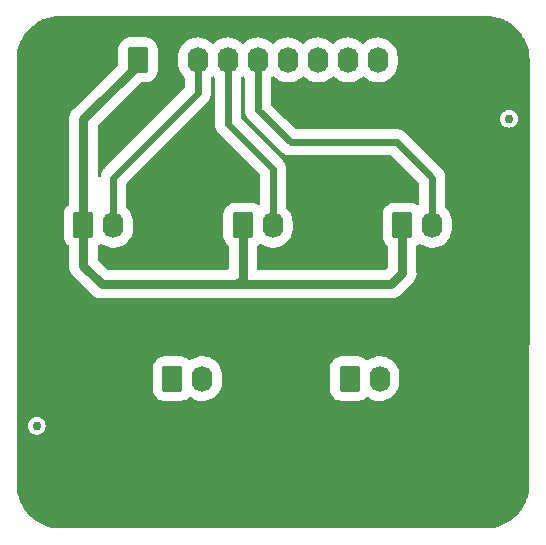
<source format=gbr>
%TF.GenerationSoftware,KiCad,Pcbnew,(6.0.0-rc1-76-g1e8284bc1a)*%
%TF.CreationDate,2022-09-28T09:07:56+05:30*%
%TF.ProjectId,extension_Board,65787465-6e73-4696-9f6e-5f426f617264,rev?*%
%TF.SameCoordinates,Original*%
%TF.FileFunction,Copper,L1,Top*%
%TF.FilePolarity,Positive*%
%FSLAX46Y46*%
G04 Gerber Fmt 4.6, Leading zero omitted, Abs format (unit mm)*
G04 Created by KiCad (PCBNEW (6.0.0-rc1-76-g1e8284bc1a)) date 2022-09-28 09:07:56*
%MOMM*%
%LPD*%
G01*
G04 APERTURE LIST*
G04 Aperture macros list*
%AMRoundRect*
0 Rectangle with rounded corners*
0 $1 Rounding radius*
0 $2 $3 $4 $5 $6 $7 $8 $9 X,Y pos of 4 corners*
0 Add a 4 corners polygon primitive as box body*
4,1,4,$2,$3,$4,$5,$6,$7,$8,$9,$2,$3,0*
0 Add four circle primitives for the rounded corners*
1,1,$1+$1,$2,$3*
1,1,$1+$1,$4,$5*
1,1,$1+$1,$6,$7*
1,1,$1+$1,$8,$9*
0 Add four rect primitives between the rounded corners*
20,1,$1+$1,$2,$3,$4,$5,0*
20,1,$1+$1,$4,$5,$6,$7,0*
20,1,$1+$1,$6,$7,$8,$9,0*
20,1,$1+$1,$8,$9,$2,$3,0*%
G04 Aperture macros list end*
%TA.AperFunction,ComponentPad*%
%ADD10RoundRect,0.250000X-0.620000X-0.845000X0.620000X-0.845000X0.620000X0.845000X-0.620000X0.845000X0*%
%TD*%
%TA.AperFunction,ComponentPad*%
%ADD11O,1.740000X2.190000*%
%TD*%
%TA.AperFunction,SMDPad,CuDef*%
%ADD12C,0.750000*%
%TD*%
%TA.AperFunction,ComponentPad*%
%ADD13C,6.000000*%
%TD*%
%TA.AperFunction,Conductor*%
%ADD14C,0.800000*%
%TD*%
%TA.AperFunction,Conductor*%
%ADD15C,0.600000*%
%TD*%
G04 APERTURE END LIST*
D10*
%TO.P,J6,1,Pin_1*%
%TO.N,/M1+*%
X49000000Y-56500000D03*
D11*
%TO.P,J6,2,Pin_2*%
%TO.N,/M1-*%
X51540000Y-56500000D03*
%TD*%
D12*
%TO.P,FID1,*%
%TO.N,*%
X77500000Y-34500000D03*
%TD*%
D13*
%TO.P,H3,1*%
%TO.N,GNDREF*%
X75500000Y-65500000D03*
%TD*%
D10*
%TO.P,J3,1,Pin_1*%
%TO.N,+24V*%
X54960000Y-43520000D03*
D11*
%TO.P,J3,2,Pin_2*%
%TO.N,/sensor2*%
X57500000Y-43520000D03*
%TO.P,J3,3,Pin_3*%
%TO.N,GNDREF*%
X60040000Y-43520000D03*
%TD*%
D13*
%TO.P,H2,1*%
%TO.N,GNDREF*%
X75500000Y-29500000D03*
%TD*%
D10*
%TO.P,J4,1,Pin_1*%
%TO.N,+24V*%
X68460000Y-43520000D03*
D11*
%TO.P,J4,2,Pin_2*%
%TO.N,/sensor3*%
X71000000Y-43520000D03*
%TO.P,J4,3,Pin_3*%
%TO.N,GNDREF*%
X73540000Y-43520000D03*
%TD*%
D10*
%TO.P,J5,1,Pin_1*%
%TO.N,/M2+*%
X64000000Y-56500000D03*
D11*
%TO.P,J5,2,Pin_2*%
%TO.N,/M2-*%
X66540000Y-56500000D03*
%TD*%
D13*
%TO.P,H4,1*%
%TO.N,GNDREF*%
X39500000Y-65500000D03*
%TD*%
%TO.P,H1,1*%
%TO.N,GNDREF*%
X39500000Y-29500000D03*
%TD*%
D10*
%TO.P,J2,1,Pin_1*%
%TO.N,+24V*%
X41460000Y-43520000D03*
D11*
%TO.P,J2,2,Pin_2*%
%TO.N,/sensor1*%
X44000000Y-43520000D03*
%TO.P,J2,3,Pin_3*%
%TO.N,GNDREF*%
X46540000Y-43520000D03*
%TD*%
D12*
%TO.P,FID2,*%
%TO.N,*%
X37500000Y-60500000D03*
%TD*%
D10*
%TO.P,J1,1,Pin_1*%
%TO.N,+24V*%
X46070000Y-29520000D03*
D11*
%TO.P,J1,2,Pin_2*%
%TO.N,GNDREF*%
X48610000Y-29520000D03*
%TO.P,J1,3,Pin_3*%
%TO.N,/sensor1*%
X51150000Y-29520000D03*
%TO.P,J1,4,Pin_4*%
%TO.N,/sensor2*%
X53690000Y-29520000D03*
%TO.P,J1,5,Pin_5*%
%TO.N,/sensor3*%
X56230000Y-29520000D03*
%TO.P,J1,6,Pin_6*%
%TO.N,/M1+*%
X58770000Y-29520000D03*
%TO.P,J1,7,Pin_7*%
%TO.N,/M1-*%
X61310000Y-29520000D03*
%TO.P,J1,8,Pin_8*%
%TO.N,/M2+*%
X63850000Y-29520000D03*
%TO.P,J1,9,Pin_9*%
%TO.N,/M2-*%
X66390000Y-29520000D03*
%TO.P,J1,10,Pin_10*%
%TO.N,GNDREF*%
X68930000Y-29520000D03*
%TD*%
D14*
%TO.N,+24V*%
X46070000Y-29930000D02*
X41460000Y-34540000D01*
X41460000Y-43520000D02*
X41460000Y-46960000D01*
X54960000Y-43520000D02*
X54960000Y-48040000D01*
X46070000Y-29520000D02*
X46070000Y-29930000D01*
X43000000Y-48500000D02*
X54500000Y-48500000D01*
X54500000Y-48500000D02*
X67500000Y-48500000D01*
X68460000Y-47540000D02*
X68460000Y-43520000D01*
X41460000Y-46960000D02*
X43000000Y-48500000D01*
X41460000Y-34540000D02*
X41460000Y-43520000D01*
X54960000Y-48040000D02*
X54500000Y-48500000D01*
X67500000Y-48500000D02*
X68460000Y-47540000D01*
D15*
%TO.N,/sensor1*%
X51150000Y-29520000D02*
X51150000Y-32350000D01*
X44000000Y-39500000D02*
X44000000Y-43520000D01*
X51150000Y-32350000D02*
X44000000Y-39500000D01*
%TO.N,/sensor2*%
X57500000Y-38734666D02*
X57500000Y-43520000D01*
X53690000Y-29520000D02*
X53690000Y-34924666D01*
X53690000Y-34924666D02*
X57500000Y-38734666D01*
%TO.N,/sensor3*%
X56230000Y-33730000D02*
X59000000Y-36500000D01*
X56230000Y-29520000D02*
X56230000Y-33730000D01*
X59000000Y-36500000D02*
X68000000Y-36500000D01*
X68000000Y-36500000D02*
X71000000Y-39500000D01*
X71000000Y-39500000D02*
X71000000Y-43520000D01*
%TD*%
%TA.AperFunction,Conductor*%
%TO.N,GNDREF*%
G36*
X75484344Y-25806969D02*
G01*
X75500099Y-25807962D01*
X75531779Y-25811965D01*
X75549404Y-25810237D01*
X75560177Y-25809181D01*
X75578653Y-25808732D01*
X75698400Y-25814614D01*
X75899505Y-25824494D01*
X75911801Y-25825704D01*
X76258738Y-25877168D01*
X76270844Y-25879575D01*
X76597523Y-25961404D01*
X76611065Y-25964796D01*
X76622897Y-25968385D01*
X76953120Y-26086541D01*
X76964544Y-26091273D01*
X77139987Y-26174251D01*
X77266833Y-26234245D01*
X77281593Y-26241226D01*
X77292498Y-26247055D01*
X77593323Y-26427363D01*
X77603604Y-26434233D01*
X77885303Y-26643155D01*
X77894861Y-26650999D01*
X78154728Y-26886528D01*
X78163472Y-26895272D01*
X78399001Y-27155139D01*
X78406845Y-27164697D01*
X78615767Y-27446396D01*
X78622637Y-27456677D01*
X78800796Y-27753916D01*
X78802945Y-27757502D01*
X78808772Y-27768403D01*
X78838410Y-27831068D01*
X78958727Y-28085456D01*
X78963459Y-28096880D01*
X79081615Y-28427103D01*
X79085204Y-28438934D01*
X79170425Y-28779156D01*
X79172832Y-28791262D01*
X79224295Y-29138194D01*
X79225506Y-29150495D01*
X79240685Y-29459465D01*
X79239843Y-29481426D01*
X79238035Y-29495741D01*
X79242386Y-29540110D01*
X79242987Y-29552489D01*
X79234217Y-42176183D01*
X79218059Y-65434162D01*
X79217066Y-65449863D01*
X79214455Y-65470540D01*
X79213035Y-65481779D01*
X79213722Y-65488786D01*
X79213722Y-65488790D01*
X79215819Y-65510177D01*
X79216268Y-65528653D01*
X79200507Y-65849500D01*
X79199296Y-65861801D01*
X79189022Y-65931063D01*
X79147834Y-66208729D01*
X79145425Y-66220844D01*
X79109036Y-66366116D01*
X79060204Y-66561065D01*
X79056615Y-66572897D01*
X78938459Y-66903120D01*
X78933727Y-66914544D01*
X78783774Y-67231593D01*
X78777945Y-67242498D01*
X78597637Y-67543323D01*
X78590767Y-67553604D01*
X78381845Y-67835303D01*
X78374001Y-67844861D01*
X78138472Y-68104728D01*
X78129728Y-68113472D01*
X77869861Y-68349001D01*
X77860303Y-68356845D01*
X77578604Y-68565767D01*
X77568323Y-68572637D01*
X77267498Y-68752945D01*
X77256593Y-68758774D01*
X76939544Y-68908727D01*
X76928120Y-68913459D01*
X76597897Y-69031615D01*
X76586066Y-69035204D01*
X76245844Y-69120425D01*
X76233738Y-69122832D01*
X75886801Y-69174296D01*
X75874505Y-69175506D01*
X75565535Y-69190685D01*
X75543574Y-69189843D01*
X75529259Y-69188035D01*
X75488568Y-69192025D01*
X75484560Y-69192418D01*
X75472264Y-69193019D01*
X39565597Y-69193019D01*
X39549805Y-69192025D01*
X39547414Y-69191723D01*
X39518221Y-69188035D01*
X39500596Y-69189763D01*
X39489823Y-69190819D01*
X39471347Y-69191268D01*
X39351600Y-69185386D01*
X39150495Y-69175506D01*
X39138199Y-69174296D01*
X38791262Y-69122832D01*
X38779156Y-69120425D01*
X38438934Y-69035204D01*
X38427103Y-69031615D01*
X38096880Y-68913459D01*
X38085456Y-68908727D01*
X37768407Y-68758774D01*
X37757502Y-68752945D01*
X37456677Y-68572637D01*
X37446396Y-68565767D01*
X37164697Y-68356845D01*
X37155139Y-68349001D01*
X36895272Y-68113472D01*
X36886528Y-68104728D01*
X36650999Y-67844861D01*
X36643155Y-67835303D01*
X36434233Y-67553604D01*
X36427363Y-67543323D01*
X36247055Y-67242498D01*
X36241226Y-67231593D01*
X36091273Y-66914544D01*
X36086541Y-66903120D01*
X35968385Y-66572897D01*
X35964796Y-66561065D01*
X35915964Y-66366116D01*
X35879575Y-66220844D01*
X35877166Y-66208729D01*
X35835979Y-65931063D01*
X35825704Y-65861801D01*
X35824493Y-65849500D01*
X35809315Y-65540535D01*
X35810157Y-65518574D01*
X35811965Y-65504259D01*
X35807574Y-65459473D01*
X35806973Y-65447202D01*
X35806011Y-60489455D01*
X36744825Y-60489455D01*
X36745512Y-60496462D01*
X36745512Y-60496465D01*
X36748311Y-60525010D01*
X36761255Y-60657025D01*
X36814402Y-60816791D01*
X36901624Y-60960812D01*
X36906513Y-60965875D01*
X36906514Y-60965876D01*
X36977825Y-61039720D01*
X37018586Y-61081929D01*
X37024483Y-61085788D01*
X37153577Y-61170266D01*
X37153581Y-61170268D01*
X37159475Y-61174125D01*
X37317289Y-61232815D01*
X37324270Y-61233746D01*
X37324272Y-61233747D01*
X37369812Y-61239823D01*
X37484183Y-61255083D01*
X37491194Y-61254445D01*
X37491198Y-61254445D01*
X37644843Y-61240462D01*
X37651864Y-61239823D01*
X37658566Y-61237645D01*
X37658568Y-61237645D01*
X37805298Y-61189970D01*
X37805301Y-61189969D01*
X37811997Y-61187793D01*
X37956623Y-61101578D01*
X37961717Y-61096727D01*
X37961721Y-61096724D01*
X38073454Y-60990322D01*
X38073455Y-60990320D01*
X38078554Y-60985465D01*
X38094934Y-60960812D01*
X38167836Y-60851085D01*
X38171731Y-60845223D01*
X38231521Y-60687823D01*
X38254955Y-60521088D01*
X38255249Y-60500000D01*
X38236481Y-60332676D01*
X38181108Y-60173668D01*
X38091884Y-60030879D01*
X38083723Y-60022661D01*
X37978205Y-59916403D01*
X37978201Y-59916400D01*
X37973242Y-59911406D01*
X37831079Y-59821187D01*
X37672462Y-59764706D01*
X37665474Y-59763873D01*
X37665471Y-59763872D01*
X37572300Y-59752762D01*
X37505273Y-59744769D01*
X37498270Y-59745505D01*
X37498269Y-59745505D01*
X37452712Y-59750293D01*
X37337821Y-59762369D01*
X37331155Y-59764638D01*
X37331152Y-59764639D01*
X37185098Y-59814360D01*
X37185095Y-59814361D01*
X37178431Y-59816630D01*
X37172436Y-59820318D01*
X37172432Y-59820320D01*
X37041021Y-59901165D01*
X37041019Y-59901167D01*
X37035022Y-59904856D01*
X36914724Y-60022661D01*
X36823515Y-60164190D01*
X36765927Y-60322409D01*
X36744825Y-60489455D01*
X35806011Y-60489455D01*
X35805054Y-55554663D01*
X47329500Y-55554663D01*
X47329501Y-57445336D01*
X47329821Y-57451673D01*
X47370541Y-57653623D01*
X47449711Y-57843817D01*
X47564316Y-58015011D01*
X47709989Y-58160684D01*
X47881183Y-58275289D01*
X48071377Y-58354459D01*
X48273327Y-58395179D01*
X48277993Y-58395415D01*
X48277998Y-58395416D01*
X48278075Y-58395420D01*
X48278093Y-58395420D01*
X48279663Y-58395500D01*
X48281260Y-58395500D01*
X49003398Y-58395499D01*
X49720336Y-58395499D01*
X49721892Y-58395420D01*
X49721909Y-58395420D01*
X49722003Y-58395415D01*
X49722005Y-58395415D01*
X49726673Y-58395179D01*
X49928623Y-58354459D01*
X50118817Y-58275289D01*
X50290011Y-58160684D01*
X50373393Y-58077302D01*
X50435705Y-58043276D01*
X50506520Y-58048341D01*
X50531936Y-58061264D01*
X50725186Y-58188932D01*
X50729527Y-58190933D01*
X50729532Y-58190936D01*
X50951645Y-58293331D01*
X50951648Y-58293332D01*
X50955997Y-58295337D01*
X50960599Y-58296661D01*
X51195654Y-58364285D01*
X51195659Y-58364286D01*
X51200247Y-58365606D01*
X51395115Y-58390742D01*
X51447578Y-58397509D01*
X51447580Y-58397509D01*
X51452316Y-58398120D01*
X51587059Y-58394945D01*
X51701622Y-58392245D01*
X51701627Y-58392245D01*
X51706402Y-58392132D01*
X51787283Y-58377798D01*
X51951955Y-58348614D01*
X51951959Y-58348613D01*
X51956659Y-58347780D01*
X52197328Y-58266084D01*
X52422870Y-58148924D01*
X52628096Y-57998996D01*
X52634701Y-57992426D01*
X52778944Y-57848936D01*
X52808282Y-57819751D01*
X52811123Y-57815905D01*
X52811127Y-57815900D01*
X52956437Y-57619166D01*
X52956438Y-57619165D01*
X52959282Y-57615314D01*
X53042964Y-57456261D01*
X53075397Y-57394616D01*
X53075399Y-57394611D01*
X53077621Y-57390388D01*
X53160576Y-57150150D01*
X53206238Y-56900129D01*
X53210500Y-56818804D01*
X53210500Y-56210375D01*
X53196138Y-56021575D01*
X53138750Y-55773982D01*
X53051250Y-55554663D01*
X62329500Y-55554663D01*
X62329501Y-57445336D01*
X62329821Y-57451673D01*
X62370541Y-57653623D01*
X62449711Y-57843817D01*
X62564316Y-58015011D01*
X62709989Y-58160684D01*
X62881183Y-58275289D01*
X63071377Y-58354459D01*
X63273327Y-58395179D01*
X63277993Y-58395415D01*
X63277998Y-58395416D01*
X63278075Y-58395420D01*
X63278093Y-58395420D01*
X63279663Y-58395500D01*
X63281260Y-58395500D01*
X64003398Y-58395499D01*
X64720336Y-58395499D01*
X64721892Y-58395420D01*
X64721909Y-58395420D01*
X64722003Y-58395415D01*
X64722005Y-58395415D01*
X64726673Y-58395179D01*
X64928623Y-58354459D01*
X65118817Y-58275289D01*
X65290011Y-58160684D01*
X65373393Y-58077302D01*
X65435705Y-58043276D01*
X65506520Y-58048341D01*
X65531936Y-58061264D01*
X65725186Y-58188932D01*
X65729527Y-58190933D01*
X65729532Y-58190936D01*
X65951645Y-58293331D01*
X65951648Y-58293332D01*
X65955997Y-58295337D01*
X65960599Y-58296661D01*
X66195654Y-58364285D01*
X66195659Y-58364286D01*
X66200247Y-58365606D01*
X66395115Y-58390742D01*
X66447578Y-58397509D01*
X66447580Y-58397509D01*
X66452316Y-58398120D01*
X66587059Y-58394945D01*
X66701622Y-58392245D01*
X66701627Y-58392245D01*
X66706402Y-58392132D01*
X66787283Y-58377798D01*
X66951955Y-58348614D01*
X66951959Y-58348613D01*
X66956659Y-58347780D01*
X67197328Y-58266084D01*
X67422870Y-58148924D01*
X67628096Y-57998996D01*
X67634701Y-57992426D01*
X67778944Y-57848936D01*
X67808282Y-57819751D01*
X67811123Y-57815905D01*
X67811127Y-57815900D01*
X67956437Y-57619166D01*
X67956438Y-57619165D01*
X67959282Y-57615314D01*
X68042964Y-57456261D01*
X68075397Y-57394616D01*
X68075399Y-57394611D01*
X68077621Y-57390388D01*
X68160576Y-57150150D01*
X68206238Y-56900129D01*
X68210500Y-56818804D01*
X68210500Y-56210375D01*
X68196138Y-56021575D01*
X68138750Y-55773982D01*
X68044570Y-55537919D01*
X67915767Y-55318817D01*
X67755304Y-55121720D01*
X67578267Y-54961474D01*
X67570421Y-54954372D01*
X67570417Y-54954369D01*
X67566874Y-54951162D01*
X67562889Y-54948530D01*
X67562886Y-54948527D01*
X67358806Y-54813705D01*
X67358804Y-54813704D01*
X67354814Y-54811068D01*
X67350473Y-54809067D01*
X67350468Y-54809064D01*
X67128355Y-54706669D01*
X67128352Y-54706668D01*
X67124003Y-54704663D01*
X67119401Y-54703339D01*
X66884346Y-54635715D01*
X66884341Y-54635714D01*
X66879753Y-54634394D01*
X66684885Y-54609258D01*
X66632422Y-54602491D01*
X66632420Y-54602491D01*
X66627684Y-54601880D01*
X66492941Y-54605055D01*
X66378378Y-54607755D01*
X66378373Y-54607755D01*
X66373598Y-54607868D01*
X66292717Y-54622202D01*
X66128045Y-54651386D01*
X66128041Y-54651387D01*
X66123341Y-54652220D01*
X65882672Y-54733916D01*
X65657130Y-54851076D01*
X65653276Y-54853891D01*
X65653272Y-54853894D01*
X65609747Y-54885692D01*
X65538910Y-54937442D01*
X65472107Y-54961474D01*
X65402914Y-54945575D01*
X65375489Y-54924794D01*
X65290011Y-54839316D01*
X65118817Y-54724711D01*
X64928623Y-54645541D01*
X64726673Y-54604821D01*
X64722007Y-54604585D01*
X64722002Y-54604584D01*
X64721925Y-54604580D01*
X64721907Y-54604580D01*
X64720337Y-54604500D01*
X64718740Y-54604500D01*
X63996602Y-54604501D01*
X63279664Y-54604501D01*
X63278108Y-54604580D01*
X63278091Y-54604580D01*
X63277997Y-54604585D01*
X63277995Y-54604585D01*
X63273327Y-54604821D01*
X63071377Y-54645541D01*
X62881183Y-54724711D01*
X62709989Y-54839316D01*
X62564316Y-54984989D01*
X62449711Y-55156183D01*
X62370541Y-55346377D01*
X62329821Y-55548327D01*
X62329500Y-55554663D01*
X53051250Y-55554663D01*
X53044570Y-55537919D01*
X52915767Y-55318817D01*
X52755304Y-55121720D01*
X52578267Y-54961474D01*
X52570421Y-54954372D01*
X52570417Y-54954369D01*
X52566874Y-54951162D01*
X52562889Y-54948530D01*
X52562886Y-54948527D01*
X52358806Y-54813705D01*
X52358804Y-54813704D01*
X52354814Y-54811068D01*
X52350473Y-54809067D01*
X52350468Y-54809064D01*
X52128355Y-54706669D01*
X52128352Y-54706668D01*
X52124003Y-54704663D01*
X52119401Y-54703339D01*
X51884346Y-54635715D01*
X51884341Y-54635714D01*
X51879753Y-54634394D01*
X51684885Y-54609258D01*
X51632422Y-54602491D01*
X51632420Y-54602491D01*
X51627684Y-54601880D01*
X51492941Y-54605055D01*
X51378378Y-54607755D01*
X51378373Y-54607755D01*
X51373598Y-54607868D01*
X51292717Y-54622202D01*
X51128045Y-54651386D01*
X51128041Y-54651387D01*
X51123341Y-54652220D01*
X50882672Y-54733916D01*
X50657130Y-54851076D01*
X50653276Y-54853891D01*
X50653272Y-54853894D01*
X50609747Y-54885692D01*
X50538910Y-54937442D01*
X50472107Y-54961474D01*
X50402914Y-54945575D01*
X50375489Y-54924794D01*
X50290011Y-54839316D01*
X50118817Y-54724711D01*
X49928623Y-54645541D01*
X49726673Y-54604821D01*
X49722007Y-54604585D01*
X49722002Y-54604584D01*
X49721925Y-54604580D01*
X49721907Y-54604580D01*
X49720337Y-54604500D01*
X49718740Y-54604500D01*
X48996602Y-54604501D01*
X48279664Y-54604501D01*
X48278108Y-54604580D01*
X48278091Y-54604580D01*
X48277997Y-54604585D01*
X48277995Y-54604585D01*
X48273327Y-54604821D01*
X48071377Y-54645541D01*
X47881183Y-54724711D01*
X47709989Y-54839316D01*
X47564316Y-54984989D01*
X47449711Y-55156183D01*
X47370541Y-55346377D01*
X47329821Y-55548327D01*
X47329500Y-55554663D01*
X35805054Y-55554663D01*
X35802536Y-42574663D01*
X39789500Y-42574663D01*
X39789501Y-44465336D01*
X39789821Y-44471673D01*
X39830541Y-44673623D01*
X39909711Y-44863817D01*
X40024316Y-45035011D01*
X40169989Y-45180684D01*
X40175107Y-45184110D01*
X40175114Y-45184116D01*
X40203594Y-45203182D01*
X40249074Y-45257699D01*
X40259500Y-45307885D01*
X40259500Y-46915271D01*
X40259230Y-46923512D01*
X40254770Y-46991560D01*
X40255449Y-46997295D01*
X40265699Y-47083895D01*
X40266040Y-47087149D01*
X40274546Y-47179711D01*
X40276116Y-47185278D01*
X40276117Y-47185282D01*
X40276152Y-47185406D01*
X40280008Y-47204789D01*
X40280704Y-47210667D01*
X40304752Y-47288114D01*
X40308272Y-47299451D01*
X40309186Y-47302535D01*
X40334435Y-47392064D01*
X40336988Y-47397241D01*
X40336992Y-47397251D01*
X40337054Y-47397376D01*
X40344379Y-47415737D01*
X40346131Y-47421379D01*
X40348821Y-47426491D01*
X40389403Y-47503625D01*
X40390896Y-47506556D01*
X40432020Y-47589947D01*
X40435564Y-47594693D01*
X40446108Y-47611405D01*
X40448863Y-47616641D01*
X40452440Y-47621178D01*
X40506417Y-47689648D01*
X40508413Y-47692250D01*
X40564033Y-47766733D01*
X40617052Y-47815743D01*
X40627517Y-47825417D01*
X40631083Y-47828847D01*
X42119487Y-49317251D01*
X42125124Y-49323269D01*
X42170090Y-49374543D01*
X42197267Y-49395967D01*
X42243083Y-49432085D01*
X42245619Y-49434138D01*
X42317117Y-49493602D01*
X42322161Y-49496427D01*
X42322287Y-49496498D01*
X42338709Y-49507471D01*
X42338824Y-49507562D01*
X42338829Y-49507565D01*
X42343360Y-49511137D01*
X42348473Y-49513827D01*
X42425617Y-49554415D01*
X42428498Y-49555979D01*
X42509621Y-49601410D01*
X42515088Y-49603266D01*
X42515097Y-49603270D01*
X42515231Y-49603315D01*
X42533387Y-49611116D01*
X42538620Y-49613869D01*
X42544134Y-49615581D01*
X42544136Y-49615582D01*
X42627375Y-49641429D01*
X42630511Y-49642448D01*
X42713077Y-49670475D01*
X42718548Y-49672332D01*
X42724410Y-49673182D01*
X42743687Y-49677544D01*
X42749333Y-49679297D01*
X42755063Y-49679975D01*
X42755067Y-49679976D01*
X42841640Y-49690222D01*
X42844911Y-49690653D01*
X42868987Y-49694144D01*
X42936902Y-49703991D01*
X43023286Y-49700597D01*
X43028233Y-49700500D01*
X54455271Y-49700500D01*
X54463512Y-49700770D01*
X54480444Y-49701880D01*
X54531560Y-49705230D01*
X54564147Y-49701373D01*
X54578956Y-49700500D01*
X67455271Y-49700500D01*
X67463512Y-49700770D01*
X67480444Y-49701880D01*
X67531560Y-49705230D01*
X67623927Y-49694298D01*
X67627149Y-49693960D01*
X67719711Y-49685454D01*
X67725278Y-49683884D01*
X67725282Y-49683883D01*
X67725406Y-49683848D01*
X67744789Y-49679992D01*
X67744929Y-49679975D01*
X67750667Y-49679296D01*
X67839459Y-49651726D01*
X67842535Y-49650814D01*
X67932064Y-49625565D01*
X67937241Y-49623012D01*
X67937251Y-49623008D01*
X67937376Y-49622946D01*
X67955737Y-49615621D01*
X67955860Y-49615583D01*
X67955864Y-49615581D01*
X67961379Y-49613869D01*
X68043634Y-49570593D01*
X68046565Y-49569099D01*
X68129947Y-49527980D01*
X68134693Y-49524436D01*
X68151405Y-49513892D01*
X68156641Y-49511137D01*
X68229663Y-49453572D01*
X68232265Y-49451575D01*
X68256992Y-49433111D01*
X68306733Y-49395967D01*
X68365406Y-49332495D01*
X68368835Y-49328929D01*
X69277251Y-48420512D01*
X69283270Y-48414875D01*
X69330204Y-48373715D01*
X69334543Y-48369910D01*
X69392111Y-48296886D01*
X69394186Y-48294324D01*
X69449908Y-48227325D01*
X69449910Y-48227323D01*
X69453602Y-48222883D01*
X69456498Y-48217713D01*
X69467471Y-48201291D01*
X69467562Y-48201176D01*
X69467565Y-48201171D01*
X69471137Y-48196640D01*
X69514415Y-48114383D01*
X69515989Y-48111483D01*
X69558586Y-48035422D01*
X69558587Y-48035420D01*
X69561410Y-48030379D01*
X69563310Y-48024780D01*
X69571116Y-48006613D01*
X69571178Y-48006494D01*
X69573869Y-48001380D01*
X69601434Y-47912606D01*
X69602450Y-47909480D01*
X69630475Y-47826921D01*
X69630476Y-47826916D01*
X69632331Y-47821452D01*
X69633182Y-47815584D01*
X69637539Y-47796330D01*
X69637585Y-47796183D01*
X69637586Y-47796177D01*
X69639297Y-47790667D01*
X69641667Y-47770649D01*
X69650223Y-47698350D01*
X69650654Y-47695078D01*
X69663163Y-47608811D01*
X69663163Y-47608807D01*
X69663991Y-47603098D01*
X69660597Y-47516714D01*
X69660500Y-47511767D01*
X69660500Y-45307885D01*
X69680502Y-45239764D01*
X69716406Y-45203182D01*
X69744886Y-45184116D01*
X69744893Y-45184110D01*
X69750011Y-45180684D01*
X69833393Y-45097302D01*
X69895705Y-45063276D01*
X69966520Y-45068341D01*
X69991936Y-45081264D01*
X70185186Y-45208932D01*
X70189527Y-45210933D01*
X70189532Y-45210936D01*
X70411645Y-45313331D01*
X70411648Y-45313332D01*
X70415997Y-45315337D01*
X70420599Y-45316661D01*
X70655654Y-45384285D01*
X70655659Y-45384286D01*
X70660247Y-45385606D01*
X70855115Y-45410742D01*
X70907578Y-45417509D01*
X70907580Y-45417509D01*
X70912316Y-45418120D01*
X71047059Y-45414945D01*
X71161622Y-45412245D01*
X71161627Y-45412245D01*
X71166402Y-45412132D01*
X71247283Y-45397798D01*
X71411955Y-45368614D01*
X71411959Y-45368613D01*
X71416659Y-45367780D01*
X71657328Y-45286084D01*
X71882870Y-45168924D01*
X72088096Y-45018996D01*
X72094701Y-45012426D01*
X72238944Y-44868936D01*
X72268282Y-44839751D01*
X72271123Y-44835905D01*
X72271127Y-44835900D01*
X72416437Y-44639166D01*
X72416438Y-44639165D01*
X72419282Y-44635314D01*
X72502964Y-44476261D01*
X72535397Y-44414616D01*
X72535399Y-44414611D01*
X72537621Y-44410388D01*
X72620576Y-44170150D01*
X72666238Y-43920129D01*
X72670500Y-43838804D01*
X72670500Y-43230375D01*
X72656138Y-43041575D01*
X72598750Y-42793982D01*
X72504570Y-42557919D01*
X72375767Y-42338817D01*
X72215304Y-42141720D01*
X72141945Y-42075319D01*
X72104864Y-42014776D01*
X72100500Y-41981904D01*
X72100500Y-39603581D01*
X72101403Y-39592881D01*
X72101092Y-39592858D01*
X72101531Y-39586884D01*
X72102537Y-39580966D01*
X72100530Y-39488986D01*
X72100500Y-39486237D01*
X72100500Y-39447531D01*
X72099804Y-39440237D01*
X72099265Y-39431029D01*
X72098087Y-39377017D01*
X72098087Y-39377015D01*
X72097956Y-39371020D01*
X72091039Y-39338889D01*
X72090966Y-39338551D01*
X72088714Y-39324000D01*
X72086131Y-39296930D01*
X72085561Y-39290954D01*
X72079545Y-39270446D01*
X72068666Y-39233365D01*
X72066392Y-39224414D01*
X72059394Y-39191908D01*
X72053758Y-39165729D01*
X72048599Y-39153603D01*
X72040759Y-39135179D01*
X72035796Y-39121316D01*
X72028137Y-39095211D01*
X72028136Y-39095209D01*
X72026447Y-39089451D01*
X71998963Y-39036088D01*
X71995038Y-39027728D01*
X71973885Y-38978014D01*
X71973883Y-38978011D01*
X71971538Y-38972499D01*
X71968189Y-38967524D01*
X71952990Y-38944947D01*
X71945495Y-38932274D01*
X71930295Y-38902761D01*
X71908950Y-38875588D01*
X71893223Y-38855566D01*
X71887789Y-38848100D01*
X71862477Y-38810503D01*
X71854262Y-38798301D01*
X71850549Y-38794207D01*
X71830130Y-38773788D01*
X71820139Y-38762526D01*
X71804281Y-38742338D01*
X71800576Y-38737621D01*
X71753926Y-38697140D01*
X71747412Y-38691070D01*
X68851417Y-35795075D01*
X68844485Y-35786865D01*
X68844249Y-35787069D01*
X68840334Y-35782533D01*
X68836863Y-35777640D01*
X68770370Y-35713987D01*
X68768406Y-35712064D01*
X68741070Y-35684728D01*
X68738761Y-35682821D01*
X68738751Y-35682812D01*
X68735426Y-35680066D01*
X68728533Y-35673936D01*
X68689497Y-35636568D01*
X68689496Y-35636568D01*
X68685169Y-35632425D01*
X68680135Y-35629175D01*
X68680133Y-35629173D01*
X68657273Y-35614413D01*
X68645389Y-35605715D01*
X68624412Y-35588392D01*
X68624413Y-35588392D01*
X68619790Y-35584575D01*
X68567110Y-35555793D01*
X68559190Y-35551082D01*
X68508754Y-35518515D01*
X68503186Y-35516271D01*
X68503184Y-35516270D01*
X68477961Y-35506105D01*
X68464648Y-35499812D01*
X68440766Y-35486764D01*
X68435506Y-35483890D01*
X68429798Y-35482063D01*
X68429796Y-35482062D01*
X68378336Y-35465590D01*
X68369649Y-35462454D01*
X68319547Y-35442262D01*
X68319545Y-35442261D01*
X68313981Y-35440019D01*
X68281400Y-35433657D01*
X68267137Y-35429995D01*
X68241220Y-35421699D01*
X68241219Y-35421699D01*
X68235506Y-35419870D01*
X68229554Y-35419155D01*
X68175904Y-35412710D01*
X68166784Y-35411273D01*
X68124322Y-35402981D01*
X68107878Y-35399770D01*
X68102357Y-35399500D01*
X68073479Y-35399500D01*
X68058451Y-35398601D01*
X68032956Y-35395538D01*
X68032952Y-35395538D01*
X68027009Y-35394824D01*
X68021033Y-35395247D01*
X68021030Y-35395247D01*
X67965415Y-35399185D01*
X67956516Y-35399500D01*
X59508032Y-35399500D01*
X59439911Y-35379498D01*
X59418937Y-35362595D01*
X58545797Y-34489455D01*
X76744825Y-34489455D01*
X76745512Y-34496462D01*
X76745512Y-34496465D01*
X76748311Y-34525010D01*
X76761255Y-34657025D01*
X76814402Y-34816791D01*
X76818049Y-34822813D01*
X76818050Y-34822815D01*
X76830699Y-34843700D01*
X76901624Y-34960812D01*
X76906513Y-34965875D01*
X76906514Y-34965876D01*
X76933323Y-34993637D01*
X77018586Y-35081929D01*
X77024483Y-35085788D01*
X77153577Y-35170266D01*
X77153581Y-35170268D01*
X77159475Y-35174125D01*
X77317289Y-35232815D01*
X77324270Y-35233746D01*
X77324272Y-35233747D01*
X77369812Y-35239823D01*
X77484183Y-35255083D01*
X77491194Y-35254445D01*
X77491198Y-35254445D01*
X77644843Y-35240462D01*
X77651864Y-35239823D01*
X77658566Y-35237645D01*
X77658568Y-35237645D01*
X77805298Y-35189970D01*
X77805301Y-35189969D01*
X77811997Y-35187793D01*
X77956623Y-35101578D01*
X77961717Y-35096727D01*
X77961721Y-35096724D01*
X78073454Y-34990322D01*
X78073455Y-34990320D01*
X78078554Y-34985465D01*
X78084089Y-34977135D01*
X78167836Y-34851085D01*
X78171731Y-34845223D01*
X78231521Y-34687823D01*
X78254955Y-34521088D01*
X78255249Y-34500000D01*
X78250936Y-34461548D01*
X78237266Y-34339672D01*
X78237265Y-34339669D01*
X78236481Y-34332676D01*
X78181108Y-34173668D01*
X78091884Y-34030879D01*
X78083723Y-34022661D01*
X77978205Y-33916403D01*
X77978201Y-33916400D01*
X77973242Y-33911406D01*
X77831079Y-33821187D01*
X77672462Y-33764706D01*
X77665474Y-33763873D01*
X77665471Y-33763872D01*
X77572300Y-33752762D01*
X77505273Y-33744769D01*
X77498270Y-33745505D01*
X77498269Y-33745505D01*
X77452712Y-33750293D01*
X77337821Y-33762369D01*
X77331155Y-33764638D01*
X77331152Y-33764639D01*
X77185098Y-33814360D01*
X77185095Y-33814361D01*
X77178431Y-33816630D01*
X77172436Y-33820318D01*
X77172432Y-33820320D01*
X77041021Y-33901165D01*
X77041019Y-33901167D01*
X77035022Y-33904856D01*
X76914724Y-34022661D01*
X76823515Y-34164190D01*
X76765927Y-34322409D01*
X76744825Y-34489455D01*
X58545797Y-34489455D01*
X57367405Y-33311063D01*
X57333379Y-33248751D01*
X57330500Y-33221968D01*
X57330500Y-31059041D01*
X57350502Y-30990920D01*
X57367638Y-30969713D01*
X57409583Y-30927987D01*
X57471984Y-30894125D01*
X57542786Y-30899375D01*
X57583000Y-30923900D01*
X57739579Y-31065628D01*
X57739583Y-31065631D01*
X57743126Y-31068838D01*
X57747111Y-31071470D01*
X57747114Y-31071473D01*
X57912427Y-31180684D01*
X57955186Y-31208932D01*
X57959527Y-31210933D01*
X57959532Y-31210936D01*
X58181645Y-31313331D01*
X58181648Y-31313332D01*
X58185997Y-31315337D01*
X58190599Y-31316661D01*
X58425654Y-31384285D01*
X58425659Y-31384286D01*
X58430247Y-31385606D01*
X58625115Y-31410742D01*
X58677578Y-31417509D01*
X58677580Y-31417509D01*
X58682316Y-31418120D01*
X58817059Y-31414945D01*
X58931622Y-31412245D01*
X58931627Y-31412245D01*
X58936402Y-31412132D01*
X59017283Y-31397798D01*
X59181955Y-31368614D01*
X59181959Y-31368613D01*
X59186659Y-31367780D01*
X59427328Y-31286084D01*
X59652870Y-31168924D01*
X59858096Y-31018996D01*
X59949585Y-30927985D01*
X60011984Y-30894125D01*
X60082787Y-30899375D01*
X60123000Y-30923900D01*
X60279579Y-31065628D01*
X60279583Y-31065631D01*
X60283126Y-31068838D01*
X60287111Y-31071470D01*
X60287114Y-31071473D01*
X60452427Y-31180684D01*
X60495186Y-31208932D01*
X60499527Y-31210933D01*
X60499532Y-31210936D01*
X60721645Y-31313331D01*
X60721648Y-31313332D01*
X60725997Y-31315337D01*
X60730599Y-31316661D01*
X60965654Y-31384285D01*
X60965659Y-31384286D01*
X60970247Y-31385606D01*
X61165115Y-31410742D01*
X61217578Y-31417509D01*
X61217580Y-31417509D01*
X61222316Y-31418120D01*
X61357059Y-31414945D01*
X61471622Y-31412245D01*
X61471627Y-31412245D01*
X61476402Y-31412132D01*
X61557283Y-31397798D01*
X61721955Y-31368614D01*
X61721959Y-31368613D01*
X61726659Y-31367780D01*
X61967328Y-31286084D01*
X62192870Y-31168924D01*
X62398096Y-31018996D01*
X62489585Y-30927985D01*
X62551984Y-30894125D01*
X62622787Y-30899375D01*
X62663000Y-30923900D01*
X62819579Y-31065628D01*
X62819583Y-31065631D01*
X62823126Y-31068838D01*
X62827111Y-31071470D01*
X62827114Y-31071473D01*
X62992427Y-31180684D01*
X63035186Y-31208932D01*
X63039527Y-31210933D01*
X63039532Y-31210936D01*
X63261645Y-31313331D01*
X63261648Y-31313332D01*
X63265997Y-31315337D01*
X63270599Y-31316661D01*
X63505654Y-31384285D01*
X63505659Y-31384286D01*
X63510247Y-31385606D01*
X63705115Y-31410742D01*
X63757578Y-31417509D01*
X63757580Y-31417509D01*
X63762316Y-31418120D01*
X63897059Y-31414945D01*
X64011622Y-31412245D01*
X64011627Y-31412245D01*
X64016402Y-31412132D01*
X64097283Y-31397798D01*
X64261955Y-31368614D01*
X64261959Y-31368613D01*
X64266659Y-31367780D01*
X64507328Y-31286084D01*
X64732870Y-31168924D01*
X64938096Y-31018996D01*
X65029585Y-30927985D01*
X65091984Y-30894125D01*
X65162787Y-30899375D01*
X65203000Y-30923900D01*
X65359579Y-31065628D01*
X65359583Y-31065631D01*
X65363126Y-31068838D01*
X65367111Y-31071470D01*
X65367114Y-31071473D01*
X65532427Y-31180684D01*
X65575186Y-31208932D01*
X65579527Y-31210933D01*
X65579532Y-31210936D01*
X65801645Y-31313331D01*
X65801648Y-31313332D01*
X65805997Y-31315337D01*
X65810599Y-31316661D01*
X66045654Y-31384285D01*
X66045659Y-31384286D01*
X66050247Y-31385606D01*
X66245115Y-31410742D01*
X66297578Y-31417509D01*
X66297580Y-31417509D01*
X66302316Y-31418120D01*
X66437059Y-31414945D01*
X66551622Y-31412245D01*
X66551627Y-31412245D01*
X66556402Y-31412132D01*
X66637283Y-31397798D01*
X66801955Y-31368614D01*
X66801959Y-31368613D01*
X66806659Y-31367780D01*
X67047328Y-31286084D01*
X67272870Y-31168924D01*
X67478096Y-31018996D01*
X67506320Y-30990920D01*
X67603177Y-30894568D01*
X67658282Y-30839751D01*
X67661123Y-30835905D01*
X67661127Y-30835900D01*
X67806437Y-30639166D01*
X67806438Y-30639165D01*
X67809282Y-30635314D01*
X67892964Y-30476261D01*
X67925397Y-30414616D01*
X67925399Y-30414611D01*
X67927621Y-30410388D01*
X68010576Y-30170150D01*
X68042809Y-29993658D01*
X68055513Y-29924099D01*
X68055513Y-29924098D01*
X68056238Y-29920129D01*
X68060500Y-29838804D01*
X68060500Y-29230375D01*
X68051792Y-29115901D01*
X68046501Y-29046342D01*
X68046500Y-29046337D01*
X68046138Y-29041575D01*
X67988750Y-28793982D01*
X67894570Y-28557919D01*
X67820519Y-28431954D01*
X67768194Y-28342945D01*
X67768192Y-28342942D01*
X67765767Y-28338817D01*
X67605304Y-28141720D01*
X67535432Y-28078475D01*
X67420421Y-27974372D01*
X67420417Y-27974369D01*
X67416874Y-27971162D01*
X67412889Y-27968530D01*
X67412886Y-27968527D01*
X67208806Y-27833705D01*
X67208804Y-27833704D01*
X67204814Y-27831068D01*
X67200473Y-27829067D01*
X67200468Y-27829064D01*
X66978355Y-27726669D01*
X66978352Y-27726668D01*
X66974003Y-27724663D01*
X66969401Y-27723339D01*
X66734346Y-27655715D01*
X66734341Y-27655714D01*
X66729753Y-27654394D01*
X66534885Y-27629258D01*
X66482422Y-27622491D01*
X66482420Y-27622491D01*
X66477684Y-27621880D01*
X66342941Y-27625055D01*
X66228378Y-27627755D01*
X66228373Y-27627755D01*
X66223598Y-27627868D01*
X66142717Y-27642202D01*
X65978045Y-27671386D01*
X65978041Y-27671387D01*
X65973341Y-27672220D01*
X65732672Y-27753916D01*
X65507130Y-27871076D01*
X65301904Y-28021004D01*
X65210415Y-28112015D01*
X65148016Y-28145875D01*
X65077213Y-28140625D01*
X65037000Y-28116100D01*
X64880421Y-27974372D01*
X64880417Y-27974369D01*
X64876874Y-27971162D01*
X64872889Y-27968530D01*
X64872886Y-27968527D01*
X64668806Y-27833705D01*
X64668804Y-27833704D01*
X64664814Y-27831068D01*
X64660473Y-27829067D01*
X64660468Y-27829064D01*
X64438355Y-27726669D01*
X64438352Y-27726668D01*
X64434003Y-27724663D01*
X64429401Y-27723339D01*
X64194346Y-27655715D01*
X64194341Y-27655714D01*
X64189753Y-27654394D01*
X63994885Y-27629258D01*
X63942422Y-27622491D01*
X63942420Y-27622491D01*
X63937684Y-27621880D01*
X63802941Y-27625055D01*
X63688378Y-27627755D01*
X63688373Y-27627755D01*
X63683598Y-27627868D01*
X63602717Y-27642202D01*
X63438045Y-27671386D01*
X63438041Y-27671387D01*
X63433341Y-27672220D01*
X63192672Y-27753916D01*
X62967130Y-27871076D01*
X62761904Y-28021004D01*
X62670415Y-28112015D01*
X62608016Y-28145875D01*
X62537213Y-28140625D01*
X62497000Y-28116100D01*
X62340421Y-27974372D01*
X62340417Y-27974369D01*
X62336874Y-27971162D01*
X62332889Y-27968530D01*
X62332886Y-27968527D01*
X62128806Y-27833705D01*
X62128804Y-27833704D01*
X62124814Y-27831068D01*
X62120473Y-27829067D01*
X62120468Y-27829064D01*
X61898355Y-27726669D01*
X61898352Y-27726668D01*
X61894003Y-27724663D01*
X61889401Y-27723339D01*
X61654346Y-27655715D01*
X61654341Y-27655714D01*
X61649753Y-27654394D01*
X61454885Y-27629258D01*
X61402422Y-27622491D01*
X61402420Y-27622491D01*
X61397684Y-27621880D01*
X61262941Y-27625055D01*
X61148378Y-27627755D01*
X61148373Y-27627755D01*
X61143598Y-27627868D01*
X61062717Y-27642202D01*
X60898045Y-27671386D01*
X60898041Y-27671387D01*
X60893341Y-27672220D01*
X60652672Y-27753916D01*
X60427130Y-27871076D01*
X60221904Y-28021004D01*
X60130415Y-28112015D01*
X60068016Y-28145875D01*
X59997213Y-28140625D01*
X59957000Y-28116100D01*
X59800421Y-27974372D01*
X59800417Y-27974369D01*
X59796874Y-27971162D01*
X59792889Y-27968530D01*
X59792886Y-27968527D01*
X59588806Y-27833705D01*
X59588804Y-27833704D01*
X59584814Y-27831068D01*
X59580473Y-27829067D01*
X59580468Y-27829064D01*
X59358355Y-27726669D01*
X59358352Y-27726668D01*
X59354003Y-27724663D01*
X59349401Y-27723339D01*
X59114346Y-27655715D01*
X59114341Y-27655714D01*
X59109753Y-27654394D01*
X58914885Y-27629258D01*
X58862422Y-27622491D01*
X58862420Y-27622491D01*
X58857684Y-27621880D01*
X58722941Y-27625055D01*
X58608378Y-27627755D01*
X58608373Y-27627755D01*
X58603598Y-27627868D01*
X58522717Y-27642202D01*
X58358045Y-27671386D01*
X58358041Y-27671387D01*
X58353341Y-27672220D01*
X58112672Y-27753916D01*
X57887130Y-27871076D01*
X57681904Y-28021004D01*
X57590415Y-28112015D01*
X57528016Y-28145875D01*
X57457213Y-28140625D01*
X57417000Y-28116100D01*
X57260421Y-27974372D01*
X57260417Y-27974369D01*
X57256874Y-27971162D01*
X57252889Y-27968530D01*
X57252886Y-27968527D01*
X57048806Y-27833705D01*
X57048804Y-27833704D01*
X57044814Y-27831068D01*
X57040473Y-27829067D01*
X57040468Y-27829064D01*
X56818355Y-27726669D01*
X56818352Y-27726668D01*
X56814003Y-27724663D01*
X56809401Y-27723339D01*
X56574346Y-27655715D01*
X56574341Y-27655714D01*
X56569753Y-27654394D01*
X56374885Y-27629258D01*
X56322422Y-27622491D01*
X56322420Y-27622491D01*
X56317684Y-27621880D01*
X56182941Y-27625055D01*
X56068378Y-27627755D01*
X56068373Y-27627755D01*
X56063598Y-27627868D01*
X55982717Y-27642202D01*
X55818045Y-27671386D01*
X55818041Y-27671387D01*
X55813341Y-27672220D01*
X55572672Y-27753916D01*
X55347130Y-27871076D01*
X55141904Y-28021004D01*
X55050415Y-28112015D01*
X54988016Y-28145875D01*
X54917213Y-28140625D01*
X54877000Y-28116100D01*
X54720421Y-27974372D01*
X54720417Y-27974369D01*
X54716874Y-27971162D01*
X54712889Y-27968530D01*
X54712886Y-27968527D01*
X54508806Y-27833705D01*
X54508804Y-27833704D01*
X54504814Y-27831068D01*
X54500473Y-27829067D01*
X54500468Y-27829064D01*
X54278355Y-27726669D01*
X54278352Y-27726668D01*
X54274003Y-27724663D01*
X54269401Y-27723339D01*
X54034346Y-27655715D01*
X54034341Y-27655714D01*
X54029753Y-27654394D01*
X53834885Y-27629258D01*
X53782422Y-27622491D01*
X53782420Y-27622491D01*
X53777684Y-27621880D01*
X53642941Y-27625055D01*
X53528378Y-27627755D01*
X53528373Y-27627755D01*
X53523598Y-27627868D01*
X53442717Y-27642202D01*
X53278045Y-27671386D01*
X53278041Y-27671387D01*
X53273341Y-27672220D01*
X53032672Y-27753916D01*
X52807130Y-27871076D01*
X52601904Y-28021004D01*
X52510415Y-28112015D01*
X52448016Y-28145875D01*
X52377213Y-28140625D01*
X52337000Y-28116100D01*
X52180421Y-27974372D01*
X52180417Y-27974369D01*
X52176874Y-27971162D01*
X52172889Y-27968530D01*
X52172886Y-27968527D01*
X51968806Y-27833705D01*
X51968804Y-27833704D01*
X51964814Y-27831068D01*
X51960473Y-27829067D01*
X51960468Y-27829064D01*
X51738355Y-27726669D01*
X51738352Y-27726668D01*
X51734003Y-27724663D01*
X51729401Y-27723339D01*
X51494346Y-27655715D01*
X51494341Y-27655714D01*
X51489753Y-27654394D01*
X51294885Y-27629258D01*
X51242422Y-27622491D01*
X51242420Y-27622491D01*
X51237684Y-27621880D01*
X51102941Y-27625055D01*
X50988378Y-27627755D01*
X50988373Y-27627755D01*
X50983598Y-27627868D01*
X50902717Y-27642202D01*
X50738045Y-27671386D01*
X50738041Y-27671387D01*
X50733341Y-27672220D01*
X50492672Y-27753916D01*
X50267130Y-27871076D01*
X50061904Y-28021004D01*
X49881718Y-28200249D01*
X49878877Y-28204095D01*
X49878873Y-28204100D01*
X49754554Y-28372415D01*
X49730718Y-28404686D01*
X49728492Y-28408916D01*
X49728490Y-28408920D01*
X49640449Y-28576260D01*
X49612379Y-28629612D01*
X49529424Y-28869850D01*
X49483762Y-29119871D01*
X49479500Y-29201196D01*
X49479500Y-29809625D01*
X49493862Y-29998425D01*
X49551250Y-30246018D01*
X49645430Y-30482081D01*
X49774233Y-30701183D01*
X49934696Y-30898280D01*
X49938247Y-30901494D01*
X50008055Y-30964681D01*
X50045136Y-31025224D01*
X50049500Y-31058096D01*
X50049500Y-31841968D01*
X50029498Y-31910089D01*
X50012595Y-31931063D01*
X43295075Y-38648583D01*
X43286865Y-38655515D01*
X43287069Y-38655751D01*
X43282533Y-38659666D01*
X43277640Y-38663137D01*
X43266360Y-38674920D01*
X43213987Y-38729630D01*
X43212064Y-38731594D01*
X43184728Y-38758930D01*
X43182821Y-38761239D01*
X43182812Y-38761249D01*
X43180066Y-38764574D01*
X43173936Y-38771467D01*
X43153215Y-38793113D01*
X43132425Y-38814831D01*
X43129175Y-38819865D01*
X43129173Y-38819867D01*
X43114413Y-38842727D01*
X43105715Y-38854611D01*
X43084575Y-38880210D01*
X43081702Y-38885469D01*
X43055793Y-38932890D01*
X43051082Y-38940810D01*
X43018515Y-38991246D01*
X43016271Y-38996814D01*
X43016270Y-38996816D01*
X43006105Y-39022039D01*
X42999812Y-39035352D01*
X42983890Y-39064494D01*
X42982063Y-39070202D01*
X42982062Y-39070204D01*
X42965590Y-39121664D01*
X42962454Y-39130351D01*
X42945833Y-39171594D01*
X42940019Y-39186019D01*
X42938869Y-39191908D01*
X42933657Y-39218599D01*
X42929995Y-39232863D01*
X42926847Y-39242698D01*
X42919870Y-39264494D01*
X42919155Y-39270446D01*
X42912710Y-39324096D01*
X42911275Y-39333208D01*
X42910166Y-39338889D01*
X42877483Y-39401915D01*
X42815913Y-39437267D01*
X42745005Y-39433719D01*
X42687272Y-39392399D01*
X42661042Y-39326425D01*
X42660500Y-39314748D01*
X42660500Y-35089454D01*
X42680502Y-35021333D01*
X42697405Y-35000359D01*
X46245360Y-31452404D01*
X46307672Y-31418378D01*
X46334455Y-31415499D01*
X46790336Y-31415499D01*
X46791892Y-31415420D01*
X46791909Y-31415420D01*
X46792003Y-31415415D01*
X46792005Y-31415415D01*
X46796673Y-31415179D01*
X46998623Y-31374459D01*
X47188817Y-31295289D01*
X47360011Y-31180684D01*
X47505684Y-31035011D01*
X47620289Y-30863817D01*
X47699459Y-30673623D01*
X47740179Y-30471673D01*
X47740500Y-30465337D01*
X47740499Y-28574664D01*
X47740179Y-28568327D01*
X47699459Y-28366377D01*
X47620289Y-28176183D01*
X47505684Y-28004989D01*
X47360011Y-27859316D01*
X47188817Y-27744711D01*
X46998623Y-27665541D01*
X46796673Y-27624821D01*
X46792007Y-27624585D01*
X46792002Y-27624584D01*
X46791925Y-27624580D01*
X46791907Y-27624580D01*
X46790337Y-27624500D01*
X46788740Y-27624500D01*
X46066602Y-27624501D01*
X45349664Y-27624501D01*
X45348108Y-27624580D01*
X45348091Y-27624580D01*
X45347997Y-27624585D01*
X45347995Y-27624585D01*
X45343327Y-27624821D01*
X45141377Y-27665541D01*
X44951183Y-27744711D01*
X44779989Y-27859316D01*
X44634316Y-28004989D01*
X44519711Y-28176183D01*
X44440541Y-28366377D01*
X44399821Y-28568327D01*
X44399500Y-28574663D01*
X44399501Y-29232761D01*
X44399501Y-29850546D01*
X44379499Y-29918667D01*
X44362596Y-29939641D01*
X40642757Y-33659480D01*
X40636739Y-33665117D01*
X40585457Y-33710090D01*
X40581885Y-33714621D01*
X40527889Y-33783114D01*
X40525814Y-33785676D01*
X40518598Y-33794353D01*
X40466398Y-33857117D01*
X40463573Y-33862161D01*
X40463502Y-33862287D01*
X40452529Y-33878709D01*
X40452438Y-33878824D01*
X40452435Y-33878829D01*
X40448863Y-33883360D01*
X40446173Y-33888473D01*
X40405585Y-33965617D01*
X40404021Y-33968498D01*
X40358590Y-34049621D01*
X40356690Y-34055220D01*
X40348884Y-34073387D01*
X40346131Y-34078620D01*
X40326902Y-34140549D01*
X40318569Y-34167384D01*
X40317550Y-34170520D01*
X40289899Y-34251980D01*
X40287669Y-34258548D01*
X40286818Y-34264416D01*
X40282461Y-34283670D01*
X40282415Y-34283817D01*
X40282414Y-34283823D01*
X40280703Y-34289333D01*
X40280025Y-34295061D01*
X40280024Y-34295066D01*
X40275961Y-34329400D01*
X40270631Y-34374438D01*
X40269777Y-34381650D01*
X40269346Y-34384922D01*
X40261970Y-34435794D01*
X40256009Y-34476902D01*
X40257745Y-34521088D01*
X40259403Y-34563286D01*
X40259500Y-34568233D01*
X40259500Y-41732115D01*
X40239498Y-41800236D01*
X40203594Y-41836818D01*
X40175114Y-41855884D01*
X40175107Y-41855890D01*
X40169989Y-41859316D01*
X40024316Y-42004989D01*
X39909711Y-42176183D01*
X39830541Y-42366377D01*
X39789821Y-42568327D01*
X39789500Y-42574663D01*
X35802536Y-42574663D01*
X35800012Y-29558558D01*
X35801005Y-29542745D01*
X35804101Y-29518231D01*
X35804101Y-29518230D01*
X35804984Y-29511240D01*
X35803832Y-29499482D01*
X35802200Y-29482842D01*
X35801751Y-29464366D01*
X35813128Y-29232761D01*
X35817513Y-29143514D01*
X35818724Y-29131213D01*
X35819808Y-29123906D01*
X35870187Y-28784281D01*
X35872594Y-28772175D01*
X35957815Y-28431953D01*
X35961404Y-28420122D01*
X36079560Y-28089899D01*
X36084292Y-28078475D01*
X36185885Y-27863675D01*
X36234247Y-27761422D01*
X36240074Y-27750521D01*
X36241503Y-27748138D01*
X36329743Y-27600917D01*
X36420382Y-27449696D01*
X36427252Y-27439415D01*
X36636174Y-27157716D01*
X36644018Y-27148158D01*
X36879547Y-26888291D01*
X36888291Y-26879547D01*
X37148158Y-26644018D01*
X37157716Y-26636174D01*
X37439415Y-26427252D01*
X37449696Y-26420382D01*
X37738874Y-26247055D01*
X37750525Y-26240072D01*
X37761426Y-26234245D01*
X38078475Y-26084292D01*
X38089899Y-26079560D01*
X38420122Y-25961404D01*
X38431954Y-25957815D01*
X38772175Y-25872594D01*
X38784281Y-25870187D01*
X39131218Y-25818723D01*
X39143514Y-25817513D01*
X39452484Y-25802334D01*
X39474445Y-25803176D01*
X39488760Y-25804984D01*
X39533374Y-25800610D01*
X39545684Y-25800009D01*
X75484344Y-25806969D01*
G37*
%TD.AperFunction*%
%TA.AperFunction,Conductor*%
G36*
X52462786Y-30899375D02*
G01*
X52502999Y-30923899D01*
X52548054Y-30964680D01*
X52585136Y-31025223D01*
X52589500Y-31058096D01*
X52589500Y-34821085D01*
X52588597Y-34831785D01*
X52588908Y-34831808D01*
X52588469Y-34837782D01*
X52587463Y-34843700D01*
X52587594Y-34849701D01*
X52589470Y-34935681D01*
X52589500Y-34938430D01*
X52589500Y-34977135D01*
X52590196Y-34984429D01*
X52590735Y-34993630D01*
X52591339Y-35021333D01*
X52591687Y-35037264D01*
X52592044Y-35053647D01*
X52593305Y-35059506D01*
X52593306Y-35059511D01*
X52599034Y-35086116D01*
X52601286Y-35100667D01*
X52604439Y-35133712D01*
X52606129Y-35139472D01*
X52606129Y-35139473D01*
X52621338Y-35191319D01*
X52623610Y-35200266D01*
X52636242Y-35258937D01*
X52638593Y-35264462D01*
X52649242Y-35289489D01*
X52654200Y-35303335D01*
X52663553Y-35335215D01*
X52691042Y-35388588D01*
X52694958Y-35396930D01*
X52713293Y-35440019D01*
X52718462Y-35452168D01*
X52721813Y-35457145D01*
X52737005Y-35479711D01*
X52744501Y-35492385D01*
X52756803Y-35516270D01*
X52759705Y-35521905D01*
X52763413Y-35526625D01*
X52796780Y-35569104D01*
X52802214Y-35576569D01*
X52833203Y-35622599D01*
X52833207Y-35622604D01*
X52835739Y-35626365D01*
X52839452Y-35630460D01*
X52859870Y-35650878D01*
X52869860Y-35662139D01*
X52889424Y-35687045D01*
X52893954Y-35690976D01*
X52893955Y-35690977D01*
X52936074Y-35727526D01*
X52942588Y-35733596D01*
X56362595Y-39153603D01*
X56396621Y-39215915D01*
X56399500Y-39242698D01*
X56399500Y-41723413D01*
X56379498Y-41791534D01*
X56325842Y-41838027D01*
X56255568Y-41848131D01*
X56203408Y-41828118D01*
X56078817Y-41744711D01*
X55888623Y-41665541D01*
X55686673Y-41624821D01*
X55682007Y-41624585D01*
X55682002Y-41624584D01*
X55681925Y-41624580D01*
X55681907Y-41624580D01*
X55680337Y-41624500D01*
X55678740Y-41624500D01*
X54956602Y-41624501D01*
X54239664Y-41624501D01*
X54238108Y-41624580D01*
X54238091Y-41624580D01*
X54237997Y-41624585D01*
X54237995Y-41624585D01*
X54233327Y-41624821D01*
X54031377Y-41665541D01*
X53841183Y-41744711D01*
X53669989Y-41859316D01*
X53524316Y-42004989D01*
X53409711Y-42176183D01*
X53330541Y-42366377D01*
X53289821Y-42568327D01*
X53289500Y-42574663D01*
X53289501Y-44465336D01*
X53289821Y-44471673D01*
X53330541Y-44673623D01*
X53409711Y-44863817D01*
X53524316Y-45035011D01*
X53669989Y-45180684D01*
X53675107Y-45184110D01*
X53675114Y-45184116D01*
X53703594Y-45203182D01*
X53749074Y-45257699D01*
X53759500Y-45307885D01*
X53759500Y-47173500D01*
X53739498Y-47241621D01*
X53685842Y-47288114D01*
X53633500Y-47299500D01*
X43549455Y-47299500D01*
X43481334Y-47279498D01*
X43460360Y-47262596D01*
X42697405Y-46499642D01*
X42663380Y-46437329D01*
X42660500Y-46410546D01*
X42660500Y-45307885D01*
X42680502Y-45239764D01*
X42716406Y-45203182D01*
X42744886Y-45184116D01*
X42744893Y-45184110D01*
X42750011Y-45180684D01*
X42833393Y-45097302D01*
X42895705Y-45063276D01*
X42966520Y-45068341D01*
X42991936Y-45081264D01*
X43185186Y-45208932D01*
X43189527Y-45210933D01*
X43189532Y-45210936D01*
X43411645Y-45313331D01*
X43411648Y-45313332D01*
X43415997Y-45315337D01*
X43420599Y-45316661D01*
X43655654Y-45384285D01*
X43655659Y-45384286D01*
X43660247Y-45385606D01*
X43855115Y-45410742D01*
X43907578Y-45417509D01*
X43907580Y-45417509D01*
X43912316Y-45418120D01*
X44047059Y-45414945D01*
X44161622Y-45412245D01*
X44161627Y-45412245D01*
X44166402Y-45412132D01*
X44247283Y-45397798D01*
X44411955Y-45368614D01*
X44411959Y-45368613D01*
X44416659Y-45367780D01*
X44657328Y-45286084D01*
X44882870Y-45168924D01*
X45088096Y-45018996D01*
X45094701Y-45012426D01*
X45238944Y-44868936D01*
X45268282Y-44839751D01*
X45271123Y-44835905D01*
X45271127Y-44835900D01*
X45416437Y-44639166D01*
X45416438Y-44639165D01*
X45419282Y-44635314D01*
X45502964Y-44476261D01*
X45535397Y-44414616D01*
X45535399Y-44414611D01*
X45537621Y-44410388D01*
X45620576Y-44170150D01*
X45666238Y-43920129D01*
X45670500Y-43838804D01*
X45670500Y-43230375D01*
X45656138Y-43041575D01*
X45598750Y-42793982D01*
X45504570Y-42557919D01*
X45375767Y-42338817D01*
X45215304Y-42141720D01*
X45141945Y-42075319D01*
X45104864Y-42014776D01*
X45100500Y-41981904D01*
X45100500Y-40008032D01*
X45120502Y-39939911D01*
X45137405Y-39918937D01*
X51854925Y-33201417D01*
X51863135Y-33194485D01*
X51862931Y-33194249D01*
X51867467Y-33190334D01*
X51872360Y-33186863D01*
X51936013Y-33120370D01*
X51937936Y-33118406D01*
X51965272Y-33091070D01*
X51967179Y-33088761D01*
X51967188Y-33088751D01*
X51969934Y-33085426D01*
X51976064Y-33078533D01*
X52013432Y-33039497D01*
X52013432Y-33039496D01*
X52017575Y-33035169D01*
X52035587Y-33007273D01*
X52044285Y-32995389D01*
X52061608Y-32974412D01*
X52065425Y-32969790D01*
X52094207Y-32917110D01*
X52098918Y-32909190D01*
X52131485Y-32858754D01*
X52143895Y-32827961D01*
X52150188Y-32814648D01*
X52163236Y-32790766D01*
X52166110Y-32785506D01*
X52184410Y-32728336D01*
X52187546Y-32719649D01*
X52207738Y-32669547D01*
X52207739Y-32669545D01*
X52209981Y-32663981D01*
X52216343Y-32631400D01*
X52220005Y-32617137D01*
X52228301Y-32591220D01*
X52228301Y-32591219D01*
X52230130Y-32585506D01*
X52237290Y-32525904D01*
X52238727Y-32516784D01*
X52249361Y-32462327D01*
X52250230Y-32457878D01*
X52250500Y-32452357D01*
X52250500Y-32423479D01*
X52251399Y-32408451D01*
X52254462Y-32382956D01*
X52254462Y-32382952D01*
X52255176Y-32377009D01*
X52250815Y-32315415D01*
X52250500Y-32306516D01*
X52250500Y-31059041D01*
X52270502Y-30990920D01*
X52287638Y-30969713D01*
X52329583Y-30927987D01*
X52391984Y-30894125D01*
X52462786Y-30899375D01*
G37*
%TD.AperFunction*%
%TA.AperFunction,Conductor*%
G36*
X55002786Y-30899375D02*
G01*
X55042999Y-30923899D01*
X55088054Y-30964680D01*
X55125136Y-31025223D01*
X55129500Y-31058096D01*
X55129500Y-33626419D01*
X55128597Y-33637119D01*
X55128908Y-33637142D01*
X55128469Y-33643116D01*
X55127463Y-33649034D01*
X55127594Y-33655035D01*
X55129470Y-33741015D01*
X55129500Y-33743764D01*
X55129500Y-33782469D01*
X55130196Y-33789763D01*
X55130735Y-33798964D01*
X55132044Y-33858981D01*
X55133305Y-33864840D01*
X55133306Y-33864845D01*
X55139034Y-33891450D01*
X55141286Y-33906001D01*
X55144439Y-33939046D01*
X55146129Y-33944806D01*
X55146129Y-33944807D01*
X55161338Y-33996653D01*
X55163610Y-34005600D01*
X55176242Y-34064271D01*
X55182348Y-34078620D01*
X55189242Y-34094823D01*
X55194200Y-34108669D01*
X55203553Y-34140549D01*
X55231042Y-34193922D01*
X55234958Y-34202264D01*
X55258462Y-34257502D01*
X55261813Y-34262479D01*
X55277005Y-34285045D01*
X55284501Y-34297719D01*
X55299705Y-34327239D01*
X55336780Y-34374438D01*
X55342214Y-34381903D01*
X55373203Y-34427933D01*
X55373207Y-34427938D01*
X55375739Y-34431699D01*
X55379452Y-34435794D01*
X55399870Y-34456212D01*
X55409860Y-34467473D01*
X55429424Y-34492379D01*
X55433950Y-34496306D01*
X55433959Y-34496316D01*
X55476072Y-34532859D01*
X55482587Y-34538929D01*
X58148583Y-37204926D01*
X58155512Y-37213132D01*
X58155748Y-37212929D01*
X58159671Y-37217473D01*
X58163137Y-37222360D01*
X58167464Y-37226502D01*
X58229607Y-37285991D01*
X58231571Y-37287914D01*
X58258930Y-37315273D01*
X58261255Y-37317193D01*
X58264576Y-37319936D01*
X58271474Y-37326071D01*
X58310495Y-37363425D01*
X58310500Y-37363429D01*
X58314831Y-37367575D01*
X58342727Y-37385587D01*
X58354600Y-37394276D01*
X58380211Y-37415426D01*
X58385473Y-37418301D01*
X58385476Y-37418303D01*
X58432880Y-37444202D01*
X58440817Y-37448924D01*
X58486202Y-37478229D01*
X58486209Y-37478233D01*
X58491246Y-37481485D01*
X58522054Y-37493901D01*
X58535350Y-37500187D01*
X58564495Y-37516110D01*
X58570211Y-37517940D01*
X58570214Y-37517941D01*
X58621662Y-37534409D01*
X58630349Y-37537545D01*
X58686019Y-37559981D01*
X58691907Y-37561131D01*
X58691914Y-37561133D01*
X58718615Y-37566348D01*
X58732868Y-37570007D01*
X58764494Y-37580130D01*
X58770444Y-37580845D01*
X58770445Y-37580845D01*
X58824096Y-37587290D01*
X58833216Y-37588727D01*
X58875678Y-37597019D01*
X58892122Y-37600230D01*
X58897643Y-37600500D01*
X58926521Y-37600500D01*
X58941549Y-37601399D01*
X58967044Y-37604462D01*
X58967048Y-37604462D01*
X58972991Y-37605176D01*
X58978967Y-37604753D01*
X58978970Y-37604753D01*
X59034589Y-37600815D01*
X59043487Y-37600500D01*
X67491968Y-37600500D01*
X67560089Y-37620502D01*
X67581063Y-37637405D01*
X69862595Y-39918937D01*
X69896621Y-39981249D01*
X69899500Y-40008032D01*
X69899500Y-41723413D01*
X69879498Y-41791534D01*
X69825842Y-41838027D01*
X69755568Y-41848131D01*
X69703408Y-41828118D01*
X69578817Y-41744711D01*
X69388623Y-41665541D01*
X69186673Y-41624821D01*
X69182007Y-41624585D01*
X69182002Y-41624584D01*
X69181925Y-41624580D01*
X69181907Y-41624580D01*
X69180337Y-41624500D01*
X69178740Y-41624500D01*
X68456602Y-41624501D01*
X67739664Y-41624501D01*
X67738108Y-41624580D01*
X67738091Y-41624580D01*
X67737997Y-41624585D01*
X67737995Y-41624585D01*
X67733327Y-41624821D01*
X67531377Y-41665541D01*
X67341183Y-41744711D01*
X67169989Y-41859316D01*
X67024316Y-42004989D01*
X66909711Y-42176183D01*
X66830541Y-42366377D01*
X66789821Y-42568327D01*
X66789500Y-42574663D01*
X66789501Y-44465336D01*
X66789821Y-44471673D01*
X66830541Y-44673623D01*
X66909711Y-44863817D01*
X67024316Y-45035011D01*
X67169989Y-45180684D01*
X67175107Y-45184110D01*
X67175114Y-45184116D01*
X67203594Y-45203182D01*
X67249074Y-45257699D01*
X67259500Y-45307885D01*
X67259500Y-46990545D01*
X67239498Y-47058666D01*
X67222596Y-47079640D01*
X67039642Y-47262595D01*
X66977330Y-47296620D01*
X66950546Y-47299500D01*
X56286500Y-47299500D01*
X56218379Y-47279498D01*
X56171886Y-47225842D01*
X56160500Y-47173500D01*
X56160500Y-45307885D01*
X56180502Y-45239764D01*
X56216406Y-45203182D01*
X56244886Y-45184116D01*
X56244893Y-45184110D01*
X56250011Y-45180684D01*
X56333393Y-45097302D01*
X56395705Y-45063276D01*
X56466520Y-45068341D01*
X56491936Y-45081264D01*
X56685186Y-45208932D01*
X56689527Y-45210933D01*
X56689532Y-45210936D01*
X56911645Y-45313331D01*
X56911648Y-45313332D01*
X56915997Y-45315337D01*
X56920599Y-45316661D01*
X57155654Y-45384285D01*
X57155659Y-45384286D01*
X57160247Y-45385606D01*
X57355115Y-45410742D01*
X57407578Y-45417509D01*
X57407580Y-45417509D01*
X57412316Y-45418120D01*
X57547059Y-45414945D01*
X57661622Y-45412245D01*
X57661627Y-45412245D01*
X57666402Y-45412132D01*
X57747283Y-45397798D01*
X57911955Y-45368614D01*
X57911959Y-45368613D01*
X57916659Y-45367780D01*
X58157328Y-45286084D01*
X58382870Y-45168924D01*
X58588096Y-45018996D01*
X58594701Y-45012426D01*
X58738944Y-44868936D01*
X58768282Y-44839751D01*
X58771123Y-44835905D01*
X58771127Y-44835900D01*
X58916437Y-44639166D01*
X58916438Y-44639165D01*
X58919282Y-44635314D01*
X59002964Y-44476261D01*
X59035397Y-44414616D01*
X59035399Y-44414611D01*
X59037621Y-44410388D01*
X59120576Y-44170150D01*
X59166238Y-43920129D01*
X59170500Y-43838804D01*
X59170500Y-43230375D01*
X59156138Y-43041575D01*
X59098750Y-42793982D01*
X59004570Y-42557919D01*
X58875767Y-42338817D01*
X58715304Y-42141720D01*
X58641945Y-42075319D01*
X58604864Y-42014776D01*
X58600500Y-41981904D01*
X58600500Y-38838247D01*
X58601403Y-38827547D01*
X58601092Y-38827524D01*
X58601531Y-38821550D01*
X58602537Y-38815632D01*
X58600530Y-38723652D01*
X58600500Y-38720903D01*
X58600500Y-38682197D01*
X58599804Y-38674903D01*
X58599265Y-38665695D01*
X58598087Y-38611683D01*
X58598087Y-38611681D01*
X58597956Y-38605686D01*
X58590966Y-38573217D01*
X58588714Y-38558666D01*
X58586131Y-38531596D01*
X58585561Y-38525620D01*
X58568666Y-38468031D01*
X58566392Y-38459080D01*
X58553758Y-38400395D01*
X58540759Y-38369845D01*
X58535796Y-38355982D01*
X58528137Y-38329877D01*
X58528136Y-38329875D01*
X58526447Y-38324117D01*
X58498963Y-38270754D01*
X58495038Y-38262394D01*
X58473885Y-38212680D01*
X58473883Y-38212677D01*
X58471538Y-38207165D01*
X58468189Y-38202190D01*
X58452990Y-38179613D01*
X58445495Y-38166940D01*
X58430295Y-38137427D01*
X58426589Y-38132709D01*
X58393223Y-38090232D01*
X58387789Y-38082766D01*
X58356799Y-38036736D01*
X58354262Y-38032967D01*
X58350549Y-38028873D01*
X58330130Y-38008454D01*
X58320139Y-37997192D01*
X58304281Y-37977004D01*
X58300576Y-37972287D01*
X58253926Y-37931806D01*
X58247412Y-37925736D01*
X54827405Y-34505729D01*
X54793379Y-34443417D01*
X54790500Y-34416634D01*
X54790500Y-31059041D01*
X54810502Y-30990920D01*
X54827638Y-30969713D01*
X54869583Y-30927987D01*
X54931984Y-30894125D01*
X55002786Y-30899375D01*
G37*
%TD.AperFunction*%
%TD*%
M02*

</source>
